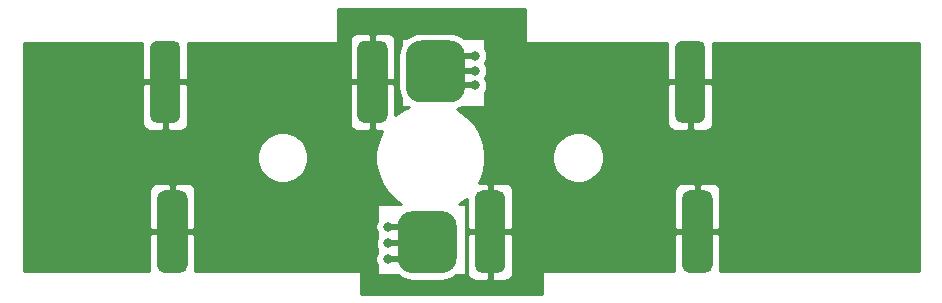
<source format=gtl>
%TF.GenerationSoftware,KiCad,Pcbnew,(5.1.9-0-10_14)*%
%TF.CreationDate,2021-08-19T21:40:44-05:00*%
%TF.ProjectId,OwlSat_Official,4f776c53-6174-45f4-9f66-66696369616c,4*%
%TF.SameCoordinates,Original*%
%TF.FileFunction,Copper,L1,Top*%
%TF.FilePolarity,Positive*%
%FSLAX46Y46*%
G04 Gerber Fmt 4.6, Leading zero omitted, Abs format (unit mm)*
G04 Created by KiCad (PCBNEW (5.1.9-0-10_14)) date 2021-08-19 21:40:44*
%MOMM*%
%LPD*%
G01*
G04 APERTURE LIST*
%TA.AperFunction,ViaPad*%
%ADD10C,0.800000*%
%TD*%
%TA.AperFunction,Conductor*%
%ADD11C,0.500000*%
%TD*%
%TA.AperFunction,Conductor*%
%ADD12C,0.254000*%
%TD*%
%TA.AperFunction,Conductor*%
%ADD13C,0.100000*%
%TD*%
G04 APERTURE END LIST*
%TO.P,U1,4*%
%TO.N,Net-(U1-Pad1)*%
%TA.AperFunction,SMDPad,CuDef*%
G36*
G01*
X127450000Y-85660000D02*
X127450000Y-91360000D01*
G75*
G02*
X126800000Y-92010000I-650000J0D01*
G01*
X125500000Y-92010000D01*
G75*
G02*
X124850000Y-91360000I0J650000D01*
G01*
X124850000Y-85660000D01*
G75*
G02*
X125500000Y-85010000I650000J0D01*
G01*
X126800000Y-85010000D01*
G75*
G02*
X127450000Y-85660000I0J-650000D01*
G01*
G37*
%TD.AperFunction*%
%TO.P,U1,3*%
%TA.AperFunction,SMDPad,CuDef*%
G36*
G01*
X145000000Y-85660000D02*
X145000000Y-91360000D01*
G75*
G02*
X144350000Y-92010000I-650000J0D01*
G01*
X143050000Y-92010000D01*
G75*
G02*
X142400000Y-91360000I0J650000D01*
G01*
X142400000Y-85660000D01*
G75*
G02*
X143050000Y-85010000I650000J0D01*
G01*
X144350000Y-85010000D01*
G75*
G02*
X145000000Y-85660000I0J-650000D01*
G01*
G37*
%TD.AperFunction*%
%TO.P,U1,2*%
%TO.N,Net-(U1-Pad2)*%
%TA.AperFunction,SMDPad,CuDef*%
G36*
G01*
X151530000Y-86255000D02*
X151530000Y-89005000D01*
G75*
G02*
X150280000Y-90255000I-1250000J0D01*
G01*
X147780000Y-90255000D01*
G75*
G02*
X146530000Y-89005000I0J1250000D01*
G01*
X146530000Y-86255000D01*
G75*
G02*
X147780000Y-85005000I1250000J0D01*
G01*
X150280000Y-85005000D01*
G75*
G02*
X151530000Y-86255000I0J-1250000D01*
G01*
G37*
%TD.AperFunction*%
%TO.P,U1,1*%
%TO.N,Net-(U1-Pad1)*%
%TA.AperFunction,SMDPad,CuDef*%
G36*
G01*
X171900000Y-85660000D02*
X171900000Y-91360000D01*
G75*
G02*
X171250000Y-92010000I-650000J0D01*
G01*
X169950000Y-92010000D01*
G75*
G02*
X169300000Y-91360000I0J650000D01*
G01*
X169300000Y-85660000D01*
G75*
G02*
X169950000Y-85010000I650000J0D01*
G01*
X171250000Y-85010000D01*
G75*
G02*
X171900000Y-85660000I0J-650000D01*
G01*
G37*
%TD.AperFunction*%
%TD*%
%TO.P,U2,1*%
%TO.N,Net-(U1-Pad1)*%
%TA.AperFunction,SMDPad,CuDef*%
G36*
G01*
X125460000Y-104050000D02*
X125460000Y-98350000D01*
G75*
G02*
X126110000Y-97700000I650000J0D01*
G01*
X127410000Y-97700000D01*
G75*
G02*
X128060000Y-98350000I0J-650000D01*
G01*
X128060000Y-104050000D01*
G75*
G02*
X127410000Y-104700000I-650000J0D01*
G01*
X126110000Y-104700000D01*
G75*
G02*
X125460000Y-104050000I0J650000D01*
G01*
G37*
%TD.AperFunction*%
%TO.P,U2,2*%
%TO.N,Net-(U1-Pad2)*%
%TA.AperFunction,SMDPad,CuDef*%
G36*
G01*
X145830000Y-103455000D02*
X145830000Y-100705000D01*
G75*
G02*
X147080000Y-99455000I1250000J0D01*
G01*
X149580000Y-99455000D01*
G75*
G02*
X150830000Y-100705000I0J-1250000D01*
G01*
X150830000Y-103455000D01*
G75*
G02*
X149580000Y-104705000I-1250000J0D01*
G01*
X147080000Y-104705000D01*
G75*
G02*
X145830000Y-103455000I0J1250000D01*
G01*
G37*
%TD.AperFunction*%
%TO.P,U2,3*%
%TO.N,Net-(U1-Pad1)*%
%TA.AperFunction,SMDPad,CuDef*%
G36*
G01*
X152360000Y-104050000D02*
X152360000Y-98350000D01*
G75*
G02*
X153010000Y-97700000I650000J0D01*
G01*
X154310000Y-97700000D01*
G75*
G02*
X154960000Y-98350000I0J-650000D01*
G01*
X154960000Y-104050000D01*
G75*
G02*
X154310000Y-104700000I-650000J0D01*
G01*
X153010000Y-104700000D01*
G75*
G02*
X152360000Y-104050000I0J650000D01*
G01*
G37*
%TD.AperFunction*%
%TO.P,U2,4*%
%TA.AperFunction,SMDPad,CuDef*%
G36*
G01*
X169910000Y-104050000D02*
X169910000Y-98350000D01*
G75*
G02*
X170560000Y-97700000I650000J0D01*
G01*
X171860000Y-97700000D01*
G75*
G02*
X172510000Y-98350000I0J-650000D01*
G01*
X172510000Y-104050000D01*
G75*
G02*
X171860000Y-104700000I-650000J0D01*
G01*
X170560000Y-104700000D01*
G75*
G02*
X169910000Y-104050000I0J650000D01*
G01*
G37*
%TD.AperFunction*%
%TD*%
D10*
%TO.N,Net-(U1-Pad1)*%
X184010000Y-92980000D03*
X184020000Y-94230000D03*
%TO.N,Net-(U1-Pad2)*%
X152390000Y-88800000D03*
X152400000Y-87560000D03*
X152400000Y-86290000D03*
X144990000Y-100780000D03*
X145010000Y-102160000D03*
X144980000Y-103510000D03*
%TD*%
D11*
%TO.N,Net-(U1-Pad2)*%
X147030000Y-100780000D02*
X148330000Y-102080000D01*
X144990000Y-100780000D02*
X147030000Y-100780000D01*
X148250000Y-102160000D02*
X148330000Y-102080000D01*
X145010000Y-102160000D02*
X148250000Y-102160000D01*
X146900000Y-103510000D02*
X148330000Y-102080000D01*
X144980000Y-103510000D02*
X146900000Y-103510000D01*
X150370000Y-86290000D02*
X149030000Y-87630000D01*
X152400000Y-86290000D02*
X150370000Y-86290000D01*
X149100000Y-87560000D02*
X149030000Y-87630000D01*
X152400000Y-87560000D02*
X149100000Y-87560000D01*
X150200000Y-88800000D02*
X149030000Y-87630000D01*
X152390000Y-88800000D02*
X150200000Y-88800000D01*
%TD*%
D12*
%TO.N,Net-(U1-Pad1)*%
X189950001Y-104513000D02*
X173147893Y-104513000D01*
X173145000Y-101485750D01*
X172986250Y-101327000D01*
X171337000Y-101327000D01*
X171337000Y-101347000D01*
X171083000Y-101347000D01*
X171083000Y-101327000D01*
X169433750Y-101327000D01*
X169275000Y-101485750D01*
X169272107Y-104513000D01*
X155597893Y-104513000D01*
X155595000Y-101485750D01*
X155436250Y-101327000D01*
X153787000Y-101327000D01*
X153787000Y-101347000D01*
X153533000Y-101347000D01*
X153533000Y-101327000D01*
X151883750Y-101327000D01*
X151725000Y-101485750D01*
X151722107Y-104513000D01*
X151627000Y-104513000D01*
X151627000Y-99000000D01*
X151624560Y-98975224D01*
X151617333Y-98951399D01*
X151605597Y-98929443D01*
X151589803Y-98910197D01*
X151570557Y-98894403D01*
X151548601Y-98882667D01*
X151524776Y-98875440D01*
X151500000Y-98873000D01*
X151062167Y-98873000D01*
X151578961Y-98527689D01*
X151722582Y-98384068D01*
X151725000Y-100914250D01*
X151883750Y-101073000D01*
X153533000Y-101073000D01*
X153533000Y-97223750D01*
X153787000Y-97223750D01*
X153787000Y-101073000D01*
X155436250Y-101073000D01*
X155595000Y-100914250D01*
X155598072Y-97700000D01*
X169271928Y-97700000D01*
X169275000Y-100914250D01*
X169433750Y-101073000D01*
X171083000Y-101073000D01*
X171083000Y-97223750D01*
X171337000Y-97223750D01*
X171337000Y-101073000D01*
X172986250Y-101073000D01*
X173145000Y-100914250D01*
X173148072Y-97700000D01*
X173135812Y-97575518D01*
X173099502Y-97455820D01*
X173040537Y-97345506D01*
X172961185Y-97248815D01*
X172864494Y-97169463D01*
X172754180Y-97110498D01*
X172634482Y-97074188D01*
X172510000Y-97061928D01*
X171495750Y-97065000D01*
X171337000Y-97223750D01*
X171083000Y-97223750D01*
X170924250Y-97065000D01*
X169910000Y-97061928D01*
X169785518Y-97074188D01*
X169665820Y-97110498D01*
X169555506Y-97169463D01*
X169458815Y-97248815D01*
X169379463Y-97345506D01*
X169320498Y-97455820D01*
X169284188Y-97575518D01*
X169271928Y-97700000D01*
X155598072Y-97700000D01*
X155585812Y-97575518D01*
X155549502Y-97455820D01*
X155490537Y-97345506D01*
X155411185Y-97248815D01*
X155314494Y-97169463D01*
X155204180Y-97110498D01*
X155084482Y-97074188D01*
X154960000Y-97061928D01*
X153945750Y-97065000D01*
X153787000Y-97223750D01*
X153533000Y-97223750D01*
X153374250Y-97065000D01*
X152759345Y-97063138D01*
X153088481Y-96268532D01*
X153267465Y-95368720D01*
X153267465Y-94696323D01*
X158940497Y-94696323D01*
X158940497Y-95123677D01*
X159023870Y-95542821D01*
X159187412Y-95937645D01*
X159424837Y-96292977D01*
X159727023Y-96595163D01*
X160082355Y-96832588D01*
X160477179Y-96996130D01*
X160896323Y-97079503D01*
X161323677Y-97079503D01*
X161742821Y-96996130D01*
X162137645Y-96832588D01*
X162492977Y-96595163D01*
X162795163Y-96292977D01*
X163032588Y-95937645D01*
X163196130Y-95542821D01*
X163279503Y-95123677D01*
X163279503Y-94696323D01*
X163196130Y-94277179D01*
X163032588Y-93882355D01*
X162795163Y-93527023D01*
X162492977Y-93224837D01*
X162137645Y-92987412D01*
X161742821Y-92823870D01*
X161323677Y-92740497D01*
X160896323Y-92740497D01*
X160477179Y-92823870D01*
X160082355Y-92987412D01*
X159727023Y-93224837D01*
X159424837Y-93527023D01*
X159187412Y-93882355D01*
X159023870Y-94277179D01*
X158940497Y-94696323D01*
X153267465Y-94696323D01*
X153267465Y-94451280D01*
X153088481Y-93551468D01*
X152737392Y-92703863D01*
X152273768Y-92010000D01*
X168661928Y-92010000D01*
X168674188Y-92134482D01*
X168710498Y-92254180D01*
X168769463Y-92364494D01*
X168848815Y-92461185D01*
X168945506Y-92540537D01*
X169055820Y-92599502D01*
X169175518Y-92635812D01*
X169300000Y-92648072D01*
X170314250Y-92645000D01*
X170473000Y-92486250D01*
X170473000Y-88637000D01*
X170727000Y-88637000D01*
X170727000Y-92486250D01*
X170885750Y-92645000D01*
X171900000Y-92648072D01*
X172024482Y-92635812D01*
X172144180Y-92599502D01*
X172254494Y-92540537D01*
X172351185Y-92461185D01*
X172430537Y-92364494D01*
X172489502Y-92254180D01*
X172525812Y-92134482D01*
X172538072Y-92010000D01*
X172535000Y-88795750D01*
X172376250Y-88637000D01*
X170727000Y-88637000D01*
X170473000Y-88637000D01*
X168823750Y-88637000D01*
X168665000Y-88795750D01*
X168661928Y-92010000D01*
X152273768Y-92010000D01*
X152227689Y-91941039D01*
X151578961Y-91292311D01*
X150840105Y-90798623D01*
X151002534Y-90749351D01*
X151250145Y-90617000D01*
X153140000Y-90617000D01*
X153164776Y-90614560D01*
X153188601Y-90607333D01*
X153210557Y-90595597D01*
X153229803Y-90579803D01*
X153245597Y-90560557D01*
X153257333Y-90538601D01*
X153264560Y-90514776D01*
X153267000Y-90490000D01*
X153267000Y-89350427D01*
X153307205Y-89290256D01*
X153385226Y-89101898D01*
X153425000Y-88901939D01*
X153425000Y-88698061D01*
X153385226Y-88498102D01*
X153307205Y-88309744D01*
X153267000Y-88249573D01*
X153267000Y-88125393D01*
X153317205Y-88050256D01*
X153395226Y-87861898D01*
X153435000Y-87661939D01*
X153435000Y-87458061D01*
X153395226Y-87258102D01*
X153317205Y-87069744D01*
X153267000Y-86994607D01*
X153267000Y-86855393D01*
X153317205Y-86780256D01*
X153395226Y-86591898D01*
X153435000Y-86391939D01*
X153435000Y-86188061D01*
X153395226Y-85988102D01*
X153317205Y-85799744D01*
X153267000Y-85724607D01*
X153267000Y-85191877D01*
X168662100Y-85189865D01*
X168665000Y-88224250D01*
X168823750Y-88383000D01*
X170473000Y-88383000D01*
X170473000Y-88363000D01*
X170727000Y-88363000D01*
X170727000Y-88383000D01*
X172376250Y-88383000D01*
X172535000Y-88224250D01*
X172537901Y-85189358D01*
X189950000Y-85187083D01*
X189950001Y-104513000D01*
%TA.AperFunction,Conductor*%
D13*
G36*
X189950001Y-104513000D02*
G01*
X173147893Y-104513000D01*
X173145000Y-101485750D01*
X172986250Y-101327000D01*
X171337000Y-101327000D01*
X171337000Y-101347000D01*
X171083000Y-101347000D01*
X171083000Y-101327000D01*
X169433750Y-101327000D01*
X169275000Y-101485750D01*
X169272107Y-104513000D01*
X155597893Y-104513000D01*
X155595000Y-101485750D01*
X155436250Y-101327000D01*
X153787000Y-101327000D01*
X153787000Y-101347000D01*
X153533000Y-101347000D01*
X153533000Y-101327000D01*
X151883750Y-101327000D01*
X151725000Y-101485750D01*
X151722107Y-104513000D01*
X151627000Y-104513000D01*
X151627000Y-99000000D01*
X151624560Y-98975224D01*
X151617333Y-98951399D01*
X151605597Y-98929443D01*
X151589803Y-98910197D01*
X151570557Y-98894403D01*
X151548601Y-98882667D01*
X151524776Y-98875440D01*
X151500000Y-98873000D01*
X151062167Y-98873000D01*
X151578961Y-98527689D01*
X151722582Y-98384068D01*
X151725000Y-100914250D01*
X151883750Y-101073000D01*
X153533000Y-101073000D01*
X153533000Y-97223750D01*
X153787000Y-97223750D01*
X153787000Y-101073000D01*
X155436250Y-101073000D01*
X155595000Y-100914250D01*
X155598072Y-97700000D01*
X169271928Y-97700000D01*
X169275000Y-100914250D01*
X169433750Y-101073000D01*
X171083000Y-101073000D01*
X171083000Y-97223750D01*
X171337000Y-97223750D01*
X171337000Y-101073000D01*
X172986250Y-101073000D01*
X173145000Y-100914250D01*
X173148072Y-97700000D01*
X173135812Y-97575518D01*
X173099502Y-97455820D01*
X173040537Y-97345506D01*
X172961185Y-97248815D01*
X172864494Y-97169463D01*
X172754180Y-97110498D01*
X172634482Y-97074188D01*
X172510000Y-97061928D01*
X171495750Y-97065000D01*
X171337000Y-97223750D01*
X171083000Y-97223750D01*
X170924250Y-97065000D01*
X169910000Y-97061928D01*
X169785518Y-97074188D01*
X169665820Y-97110498D01*
X169555506Y-97169463D01*
X169458815Y-97248815D01*
X169379463Y-97345506D01*
X169320498Y-97455820D01*
X169284188Y-97575518D01*
X169271928Y-97700000D01*
X155598072Y-97700000D01*
X155585812Y-97575518D01*
X155549502Y-97455820D01*
X155490537Y-97345506D01*
X155411185Y-97248815D01*
X155314494Y-97169463D01*
X155204180Y-97110498D01*
X155084482Y-97074188D01*
X154960000Y-97061928D01*
X153945750Y-97065000D01*
X153787000Y-97223750D01*
X153533000Y-97223750D01*
X153374250Y-97065000D01*
X152759345Y-97063138D01*
X153088481Y-96268532D01*
X153267465Y-95368720D01*
X153267465Y-94696323D01*
X158940497Y-94696323D01*
X158940497Y-95123677D01*
X159023870Y-95542821D01*
X159187412Y-95937645D01*
X159424837Y-96292977D01*
X159727023Y-96595163D01*
X160082355Y-96832588D01*
X160477179Y-96996130D01*
X160896323Y-97079503D01*
X161323677Y-97079503D01*
X161742821Y-96996130D01*
X162137645Y-96832588D01*
X162492977Y-96595163D01*
X162795163Y-96292977D01*
X163032588Y-95937645D01*
X163196130Y-95542821D01*
X163279503Y-95123677D01*
X163279503Y-94696323D01*
X163196130Y-94277179D01*
X163032588Y-93882355D01*
X162795163Y-93527023D01*
X162492977Y-93224837D01*
X162137645Y-92987412D01*
X161742821Y-92823870D01*
X161323677Y-92740497D01*
X160896323Y-92740497D01*
X160477179Y-92823870D01*
X160082355Y-92987412D01*
X159727023Y-93224837D01*
X159424837Y-93527023D01*
X159187412Y-93882355D01*
X159023870Y-94277179D01*
X158940497Y-94696323D01*
X153267465Y-94696323D01*
X153267465Y-94451280D01*
X153088481Y-93551468D01*
X152737392Y-92703863D01*
X152273768Y-92010000D01*
X168661928Y-92010000D01*
X168674188Y-92134482D01*
X168710498Y-92254180D01*
X168769463Y-92364494D01*
X168848815Y-92461185D01*
X168945506Y-92540537D01*
X169055820Y-92599502D01*
X169175518Y-92635812D01*
X169300000Y-92648072D01*
X170314250Y-92645000D01*
X170473000Y-92486250D01*
X170473000Y-88637000D01*
X170727000Y-88637000D01*
X170727000Y-92486250D01*
X170885750Y-92645000D01*
X171900000Y-92648072D01*
X172024482Y-92635812D01*
X172144180Y-92599502D01*
X172254494Y-92540537D01*
X172351185Y-92461185D01*
X172430537Y-92364494D01*
X172489502Y-92254180D01*
X172525812Y-92134482D01*
X172538072Y-92010000D01*
X172535000Y-88795750D01*
X172376250Y-88637000D01*
X170727000Y-88637000D01*
X170473000Y-88637000D01*
X168823750Y-88637000D01*
X168665000Y-88795750D01*
X168661928Y-92010000D01*
X152273768Y-92010000D01*
X152227689Y-91941039D01*
X151578961Y-91292311D01*
X150840105Y-90798623D01*
X151002534Y-90749351D01*
X151250145Y-90617000D01*
X153140000Y-90617000D01*
X153164776Y-90614560D01*
X153188601Y-90607333D01*
X153210557Y-90595597D01*
X153229803Y-90579803D01*
X153245597Y-90560557D01*
X153257333Y-90538601D01*
X153264560Y-90514776D01*
X153267000Y-90490000D01*
X153267000Y-89350427D01*
X153307205Y-89290256D01*
X153385226Y-89101898D01*
X153425000Y-88901939D01*
X153425000Y-88698061D01*
X153385226Y-88498102D01*
X153307205Y-88309744D01*
X153267000Y-88249573D01*
X153267000Y-88125393D01*
X153317205Y-88050256D01*
X153395226Y-87861898D01*
X153435000Y-87661939D01*
X153435000Y-87458061D01*
X153395226Y-87258102D01*
X153317205Y-87069744D01*
X153267000Y-86994607D01*
X153267000Y-86855393D01*
X153317205Y-86780256D01*
X153395226Y-86591898D01*
X153435000Y-86391939D01*
X153435000Y-86188061D01*
X153395226Y-85988102D01*
X153317205Y-85799744D01*
X153267000Y-85724607D01*
X153267000Y-85191877D01*
X168662100Y-85189865D01*
X168665000Y-88224250D01*
X168823750Y-88383000D01*
X170473000Y-88383000D01*
X170473000Y-88363000D01*
X170727000Y-88363000D01*
X170727000Y-88383000D01*
X172376250Y-88383000D01*
X172535000Y-88224250D01*
X172537901Y-85189358D01*
X189950000Y-85187083D01*
X189950001Y-104513000D01*
G37*
%TD.AperFunction*%
D12*
X146083000Y-85443879D02*
X146035649Y-85532466D01*
X145928207Y-85886655D01*
X145891928Y-86255000D01*
X145891928Y-89005000D01*
X145928207Y-89373345D01*
X146035649Y-89727534D01*
X146083000Y-89816121D01*
X146083000Y-90490000D01*
X146085440Y-90514776D01*
X146092667Y-90538601D01*
X146104403Y-90560557D01*
X146120197Y-90579803D01*
X146139443Y-90595597D01*
X146161399Y-90607333D01*
X146185224Y-90614560D01*
X146210000Y-90617000D01*
X146803677Y-90617000D01*
X146403863Y-90782608D01*
X145641039Y-91292311D01*
X145637390Y-91295960D01*
X145635000Y-88795750D01*
X145476250Y-88637000D01*
X143827000Y-88637000D01*
X143827000Y-92486250D01*
X143985750Y-92645000D01*
X144520856Y-92646621D01*
X144482608Y-92703863D01*
X144131519Y-93551468D01*
X143952535Y-94451280D01*
X143952535Y-95368720D01*
X144131519Y-96268532D01*
X144482608Y-97116137D01*
X144992311Y-97878961D01*
X145641039Y-98527689D01*
X146157833Y-98873000D01*
X144190000Y-98873000D01*
X144165224Y-98875440D01*
X144141399Y-98882667D01*
X144119443Y-98894403D01*
X144100197Y-98910197D01*
X144084403Y-98929443D01*
X144072667Y-98951399D01*
X144065440Y-98975224D01*
X144063000Y-99000000D01*
X144063000Y-100313391D01*
X143994774Y-100478102D01*
X143955000Y-100678061D01*
X143955000Y-100881939D01*
X143994774Y-101081898D01*
X144063000Y-101246609D01*
X144063000Y-101741675D01*
X144014774Y-101858102D01*
X143975000Y-102058061D01*
X143975000Y-102261939D01*
X144014774Y-102461898D01*
X144063000Y-102578325D01*
X144063000Y-103019437D01*
X144062795Y-103019744D01*
X143984774Y-103208102D01*
X143945000Y-103408061D01*
X143945000Y-103611939D01*
X143984774Y-103811898D01*
X144062795Y-104000256D01*
X144063000Y-104000563D01*
X144063000Y-104513000D01*
X128697893Y-104513000D01*
X128695000Y-101485750D01*
X128536250Y-101327000D01*
X126887000Y-101327000D01*
X126887000Y-101347000D01*
X126633000Y-101347000D01*
X126633000Y-101327000D01*
X124983750Y-101327000D01*
X124825000Y-101485750D01*
X124822107Y-104513000D01*
X114197000Y-104513000D01*
X114197000Y-97700000D01*
X124821928Y-97700000D01*
X124825000Y-100914250D01*
X124983750Y-101073000D01*
X126633000Y-101073000D01*
X126633000Y-97223750D01*
X126887000Y-97223750D01*
X126887000Y-101073000D01*
X128536250Y-101073000D01*
X128695000Y-100914250D01*
X128698072Y-97700000D01*
X128685812Y-97575518D01*
X128649502Y-97455820D01*
X128590537Y-97345506D01*
X128511185Y-97248815D01*
X128414494Y-97169463D01*
X128304180Y-97110498D01*
X128184482Y-97074188D01*
X128060000Y-97061928D01*
X127045750Y-97065000D01*
X126887000Y-97223750D01*
X126633000Y-97223750D01*
X126474250Y-97065000D01*
X125460000Y-97061928D01*
X125335518Y-97074188D01*
X125215820Y-97110498D01*
X125105506Y-97169463D01*
X125008815Y-97248815D01*
X124929463Y-97345506D01*
X124870498Y-97455820D01*
X124834188Y-97575518D01*
X124821928Y-97700000D01*
X114197000Y-97700000D01*
X114197000Y-94696323D01*
X133940497Y-94696323D01*
X133940497Y-95123677D01*
X134023870Y-95542821D01*
X134187412Y-95937645D01*
X134424837Y-96292977D01*
X134727023Y-96595163D01*
X135082355Y-96832588D01*
X135477179Y-96996130D01*
X135896323Y-97079503D01*
X136323677Y-97079503D01*
X136742821Y-96996130D01*
X137137645Y-96832588D01*
X137492977Y-96595163D01*
X137795163Y-96292977D01*
X138032588Y-95937645D01*
X138196130Y-95542821D01*
X138279503Y-95123677D01*
X138279503Y-94696323D01*
X138196130Y-94277179D01*
X138032588Y-93882355D01*
X137795163Y-93527023D01*
X137492977Y-93224837D01*
X137137645Y-92987412D01*
X136742821Y-92823870D01*
X136323677Y-92740497D01*
X135896323Y-92740497D01*
X135477179Y-92823870D01*
X135082355Y-92987412D01*
X134727023Y-93224837D01*
X134424837Y-93527023D01*
X134187412Y-93882355D01*
X134023870Y-94277179D01*
X133940497Y-94696323D01*
X114197000Y-94696323D01*
X114197000Y-92010000D01*
X124211928Y-92010000D01*
X124224188Y-92134482D01*
X124260498Y-92254180D01*
X124319463Y-92364494D01*
X124398815Y-92461185D01*
X124495506Y-92540537D01*
X124605820Y-92599502D01*
X124725518Y-92635812D01*
X124850000Y-92648072D01*
X125864250Y-92645000D01*
X126023000Y-92486250D01*
X126023000Y-88637000D01*
X126277000Y-88637000D01*
X126277000Y-92486250D01*
X126435750Y-92645000D01*
X127450000Y-92648072D01*
X127574482Y-92635812D01*
X127694180Y-92599502D01*
X127804494Y-92540537D01*
X127901185Y-92461185D01*
X127980537Y-92364494D01*
X128039502Y-92254180D01*
X128075812Y-92134482D01*
X128088072Y-92010000D01*
X141761928Y-92010000D01*
X141774188Y-92134482D01*
X141810498Y-92254180D01*
X141869463Y-92364494D01*
X141948815Y-92461185D01*
X142045506Y-92540537D01*
X142155820Y-92599502D01*
X142275518Y-92635812D01*
X142400000Y-92648072D01*
X143414250Y-92645000D01*
X143573000Y-92486250D01*
X143573000Y-88637000D01*
X141923750Y-88637000D01*
X141765000Y-88795750D01*
X141761928Y-92010000D01*
X128088072Y-92010000D01*
X128085000Y-88795750D01*
X127926250Y-88637000D01*
X126277000Y-88637000D01*
X126023000Y-88637000D01*
X124373750Y-88637000D01*
X124215000Y-88795750D01*
X124211928Y-92010000D01*
X114197000Y-92010000D01*
X114197000Y-85196983D01*
X124212105Y-85195674D01*
X124215000Y-88224250D01*
X124373750Y-88383000D01*
X126023000Y-88383000D01*
X126023000Y-88363000D01*
X126277000Y-88363000D01*
X126277000Y-88383000D01*
X127926250Y-88383000D01*
X128085000Y-88224250D01*
X128087895Y-85195168D01*
X141762103Y-85193380D01*
X141765000Y-88224250D01*
X141923750Y-88383000D01*
X143573000Y-88383000D01*
X143573000Y-88363000D01*
X143827000Y-88363000D01*
X143827000Y-88383000D01*
X145476250Y-88383000D01*
X145635000Y-88224250D01*
X145637897Y-85192874D01*
X146083000Y-85192816D01*
X146083000Y-85443879D01*
%TA.AperFunction,Conductor*%
D13*
G36*
X146083000Y-85443879D02*
G01*
X146035649Y-85532466D01*
X145928207Y-85886655D01*
X145891928Y-86255000D01*
X145891928Y-89005000D01*
X145928207Y-89373345D01*
X146035649Y-89727534D01*
X146083000Y-89816121D01*
X146083000Y-90490000D01*
X146085440Y-90514776D01*
X146092667Y-90538601D01*
X146104403Y-90560557D01*
X146120197Y-90579803D01*
X146139443Y-90595597D01*
X146161399Y-90607333D01*
X146185224Y-90614560D01*
X146210000Y-90617000D01*
X146803677Y-90617000D01*
X146403863Y-90782608D01*
X145641039Y-91292311D01*
X145637390Y-91295960D01*
X145635000Y-88795750D01*
X145476250Y-88637000D01*
X143827000Y-88637000D01*
X143827000Y-92486250D01*
X143985750Y-92645000D01*
X144520856Y-92646621D01*
X144482608Y-92703863D01*
X144131519Y-93551468D01*
X143952535Y-94451280D01*
X143952535Y-95368720D01*
X144131519Y-96268532D01*
X144482608Y-97116137D01*
X144992311Y-97878961D01*
X145641039Y-98527689D01*
X146157833Y-98873000D01*
X144190000Y-98873000D01*
X144165224Y-98875440D01*
X144141399Y-98882667D01*
X144119443Y-98894403D01*
X144100197Y-98910197D01*
X144084403Y-98929443D01*
X144072667Y-98951399D01*
X144065440Y-98975224D01*
X144063000Y-99000000D01*
X144063000Y-100313391D01*
X143994774Y-100478102D01*
X143955000Y-100678061D01*
X143955000Y-100881939D01*
X143994774Y-101081898D01*
X144063000Y-101246609D01*
X144063000Y-101741675D01*
X144014774Y-101858102D01*
X143975000Y-102058061D01*
X143975000Y-102261939D01*
X144014774Y-102461898D01*
X144063000Y-102578325D01*
X144063000Y-103019437D01*
X144062795Y-103019744D01*
X143984774Y-103208102D01*
X143945000Y-103408061D01*
X143945000Y-103611939D01*
X143984774Y-103811898D01*
X144062795Y-104000256D01*
X144063000Y-104000563D01*
X144063000Y-104513000D01*
X128697893Y-104513000D01*
X128695000Y-101485750D01*
X128536250Y-101327000D01*
X126887000Y-101327000D01*
X126887000Y-101347000D01*
X126633000Y-101347000D01*
X126633000Y-101327000D01*
X124983750Y-101327000D01*
X124825000Y-101485750D01*
X124822107Y-104513000D01*
X114197000Y-104513000D01*
X114197000Y-97700000D01*
X124821928Y-97700000D01*
X124825000Y-100914250D01*
X124983750Y-101073000D01*
X126633000Y-101073000D01*
X126633000Y-97223750D01*
X126887000Y-97223750D01*
X126887000Y-101073000D01*
X128536250Y-101073000D01*
X128695000Y-100914250D01*
X128698072Y-97700000D01*
X128685812Y-97575518D01*
X128649502Y-97455820D01*
X128590537Y-97345506D01*
X128511185Y-97248815D01*
X128414494Y-97169463D01*
X128304180Y-97110498D01*
X128184482Y-97074188D01*
X128060000Y-97061928D01*
X127045750Y-97065000D01*
X126887000Y-97223750D01*
X126633000Y-97223750D01*
X126474250Y-97065000D01*
X125460000Y-97061928D01*
X125335518Y-97074188D01*
X125215820Y-97110498D01*
X125105506Y-97169463D01*
X125008815Y-97248815D01*
X124929463Y-97345506D01*
X124870498Y-97455820D01*
X124834188Y-97575518D01*
X124821928Y-97700000D01*
X114197000Y-97700000D01*
X114197000Y-94696323D01*
X133940497Y-94696323D01*
X133940497Y-95123677D01*
X134023870Y-95542821D01*
X134187412Y-95937645D01*
X134424837Y-96292977D01*
X134727023Y-96595163D01*
X135082355Y-96832588D01*
X135477179Y-96996130D01*
X135896323Y-97079503D01*
X136323677Y-97079503D01*
X136742821Y-96996130D01*
X137137645Y-96832588D01*
X137492977Y-96595163D01*
X137795163Y-96292977D01*
X138032588Y-95937645D01*
X138196130Y-95542821D01*
X138279503Y-95123677D01*
X138279503Y-94696323D01*
X138196130Y-94277179D01*
X138032588Y-93882355D01*
X137795163Y-93527023D01*
X137492977Y-93224837D01*
X137137645Y-92987412D01*
X136742821Y-92823870D01*
X136323677Y-92740497D01*
X135896323Y-92740497D01*
X135477179Y-92823870D01*
X135082355Y-92987412D01*
X134727023Y-93224837D01*
X134424837Y-93527023D01*
X134187412Y-93882355D01*
X134023870Y-94277179D01*
X133940497Y-94696323D01*
X114197000Y-94696323D01*
X114197000Y-92010000D01*
X124211928Y-92010000D01*
X124224188Y-92134482D01*
X124260498Y-92254180D01*
X124319463Y-92364494D01*
X124398815Y-92461185D01*
X124495506Y-92540537D01*
X124605820Y-92599502D01*
X124725518Y-92635812D01*
X124850000Y-92648072D01*
X125864250Y-92645000D01*
X126023000Y-92486250D01*
X126023000Y-88637000D01*
X126277000Y-88637000D01*
X126277000Y-92486250D01*
X126435750Y-92645000D01*
X127450000Y-92648072D01*
X127574482Y-92635812D01*
X127694180Y-92599502D01*
X127804494Y-92540537D01*
X127901185Y-92461185D01*
X127980537Y-92364494D01*
X128039502Y-92254180D01*
X128075812Y-92134482D01*
X128088072Y-92010000D01*
X141761928Y-92010000D01*
X141774188Y-92134482D01*
X141810498Y-92254180D01*
X141869463Y-92364494D01*
X141948815Y-92461185D01*
X142045506Y-92540537D01*
X142155820Y-92599502D01*
X142275518Y-92635812D01*
X142400000Y-92648072D01*
X143414250Y-92645000D01*
X143573000Y-92486250D01*
X143573000Y-88637000D01*
X141923750Y-88637000D01*
X141765000Y-88795750D01*
X141761928Y-92010000D01*
X128088072Y-92010000D01*
X128085000Y-88795750D01*
X127926250Y-88637000D01*
X126277000Y-88637000D01*
X126023000Y-88637000D01*
X124373750Y-88637000D01*
X124215000Y-88795750D01*
X124211928Y-92010000D01*
X114197000Y-92010000D01*
X114197000Y-85196983D01*
X124212105Y-85195674D01*
X124215000Y-88224250D01*
X124373750Y-88383000D01*
X126023000Y-88383000D01*
X126023000Y-88363000D01*
X126277000Y-88363000D01*
X126277000Y-88383000D01*
X127926250Y-88383000D01*
X128085000Y-88224250D01*
X128087895Y-85195168D01*
X141762103Y-85193380D01*
X141765000Y-88224250D01*
X141923750Y-88383000D01*
X143573000Y-88383000D01*
X143573000Y-88363000D01*
X143827000Y-88363000D01*
X143827000Y-88383000D01*
X145476250Y-88383000D01*
X145635000Y-88224250D01*
X145637897Y-85192874D01*
X146083000Y-85192816D01*
X146083000Y-85443879D01*
G37*
%TD.AperFunction*%
%TD*%
D12*
%TO.N,Net-(U1-Pad1)*%
X156603000Y-85173079D02*
X153267000Y-85175150D01*
X153267000Y-84940000D01*
X153264560Y-84915224D01*
X153257333Y-84891399D01*
X153245597Y-84869443D01*
X153229803Y-84850197D01*
X153210557Y-84834403D01*
X153188601Y-84822667D01*
X153164776Y-84815440D01*
X153140000Y-84813000D01*
X151484773Y-84813000D01*
X151328957Y-84685126D01*
X151002534Y-84510649D01*
X150648345Y-84403207D01*
X150280000Y-84366928D01*
X147780000Y-84366928D01*
X147411655Y-84403207D01*
X147057466Y-84510649D01*
X146731043Y-84685126D01*
X146575227Y-84813000D01*
X146210000Y-84813000D01*
X146185224Y-84815440D01*
X146161399Y-84822667D01*
X146139443Y-84834403D01*
X146120197Y-84850197D01*
X146104403Y-84869443D01*
X146092667Y-84891399D01*
X146085440Y-84915224D01*
X146083000Y-84940000D01*
X146083000Y-85179609D01*
X145637910Y-85179885D01*
X145638072Y-85010000D01*
X145625812Y-84885518D01*
X145589502Y-84765820D01*
X145530537Y-84655506D01*
X145451185Y-84558815D01*
X145354494Y-84479463D01*
X145244180Y-84420498D01*
X145124482Y-84384188D01*
X145000000Y-84371928D01*
X143985750Y-84375000D01*
X143827000Y-84533750D01*
X143827000Y-85181009D01*
X143573000Y-85181167D01*
X143573000Y-84533750D01*
X143414250Y-84375000D01*
X142400000Y-84371928D01*
X142275518Y-84384188D01*
X142155820Y-84420498D01*
X142045506Y-84479463D01*
X141948815Y-84558815D01*
X141869463Y-84655506D01*
X141810498Y-84765820D01*
X141774188Y-84885518D01*
X141761928Y-85010000D01*
X141762093Y-85182291D01*
X140747409Y-85182921D01*
X140756592Y-82327000D01*
X156603000Y-82327000D01*
X156603000Y-85173079D01*
%TA.AperFunction,Conductor*%
D13*
G36*
X156603000Y-85173079D02*
G01*
X153267000Y-85175150D01*
X153267000Y-84940000D01*
X153264560Y-84915224D01*
X153257333Y-84891399D01*
X153245597Y-84869443D01*
X153229803Y-84850197D01*
X153210557Y-84834403D01*
X153188601Y-84822667D01*
X153164776Y-84815440D01*
X153140000Y-84813000D01*
X151484773Y-84813000D01*
X151328957Y-84685126D01*
X151002534Y-84510649D01*
X150648345Y-84403207D01*
X150280000Y-84366928D01*
X147780000Y-84366928D01*
X147411655Y-84403207D01*
X147057466Y-84510649D01*
X146731043Y-84685126D01*
X146575227Y-84813000D01*
X146210000Y-84813000D01*
X146185224Y-84815440D01*
X146161399Y-84822667D01*
X146139443Y-84834403D01*
X146120197Y-84850197D01*
X146104403Y-84869443D01*
X146092667Y-84891399D01*
X146085440Y-84915224D01*
X146083000Y-84940000D01*
X146083000Y-85179609D01*
X145637910Y-85179885D01*
X145638072Y-85010000D01*
X145625812Y-84885518D01*
X145589502Y-84765820D01*
X145530537Y-84655506D01*
X145451185Y-84558815D01*
X145354494Y-84479463D01*
X145244180Y-84420498D01*
X145124482Y-84384188D01*
X145000000Y-84371928D01*
X143985750Y-84375000D01*
X143827000Y-84533750D01*
X143827000Y-85181009D01*
X143573000Y-85181167D01*
X143573000Y-84533750D01*
X143414250Y-84375000D01*
X142400000Y-84371928D01*
X142275518Y-84384188D01*
X142155820Y-84420498D01*
X142045506Y-84479463D01*
X141948815Y-84558815D01*
X141869463Y-84655506D01*
X141810498Y-84765820D01*
X141774188Y-84885518D01*
X141761928Y-85010000D01*
X141762093Y-85182291D01*
X140747409Y-85182921D01*
X140756592Y-82327000D01*
X156603000Y-82327000D01*
X156603000Y-85173079D01*
G37*
%TD.AperFunction*%
%TD*%
D12*
%TO.N,Net-(U1-Pad1)*%
X144063000Y-104770000D02*
X144065440Y-104794776D01*
X144072667Y-104818601D01*
X144084403Y-104840557D01*
X144100197Y-104859803D01*
X144119443Y-104875597D01*
X144141399Y-104887333D01*
X144165224Y-104894560D01*
X144190000Y-104897000D01*
X145875227Y-104897000D01*
X146031043Y-105024874D01*
X146357466Y-105199351D01*
X146711655Y-105306793D01*
X147080000Y-105343072D01*
X149580000Y-105343072D01*
X149948345Y-105306793D01*
X150302534Y-105199351D01*
X150628957Y-105024874D01*
X150784773Y-104897000D01*
X151500000Y-104897000D01*
X151524776Y-104894560D01*
X151548601Y-104887333D01*
X151570557Y-104875597D01*
X151589803Y-104859803D01*
X151605597Y-104840557D01*
X151617333Y-104818601D01*
X151624560Y-104794776D01*
X151627000Y-104770000D01*
X151627000Y-104547000D01*
X151722074Y-104547000D01*
X151721928Y-104700000D01*
X151734188Y-104824482D01*
X151770498Y-104944180D01*
X151829463Y-105054494D01*
X151908815Y-105151185D01*
X152005506Y-105230537D01*
X152115820Y-105289502D01*
X152235518Y-105325812D01*
X152360000Y-105338072D01*
X153374250Y-105335000D01*
X153533000Y-105176250D01*
X153533000Y-104547000D01*
X153787000Y-104547000D01*
X153787000Y-105176250D01*
X153945750Y-105335000D01*
X154960000Y-105338072D01*
X155084482Y-105325812D01*
X155204180Y-105289502D01*
X155314494Y-105230537D01*
X155411185Y-105151185D01*
X155490537Y-105054494D01*
X155549502Y-104944180D01*
X155585812Y-104824482D01*
X155598072Y-104700000D01*
X155597926Y-104547000D01*
X158033000Y-104547000D01*
X158033000Y-106492755D01*
X142737000Y-106463245D01*
X142737000Y-104547000D01*
X144063000Y-104547000D01*
X144063000Y-104770000D01*
%TA.AperFunction,Conductor*%
D13*
G36*
X144063000Y-104770000D02*
G01*
X144065440Y-104794776D01*
X144072667Y-104818601D01*
X144084403Y-104840557D01*
X144100197Y-104859803D01*
X144119443Y-104875597D01*
X144141399Y-104887333D01*
X144165224Y-104894560D01*
X144190000Y-104897000D01*
X145875227Y-104897000D01*
X146031043Y-105024874D01*
X146357466Y-105199351D01*
X146711655Y-105306793D01*
X147080000Y-105343072D01*
X149580000Y-105343072D01*
X149948345Y-105306793D01*
X150302534Y-105199351D01*
X150628957Y-105024874D01*
X150784773Y-104897000D01*
X151500000Y-104897000D01*
X151524776Y-104894560D01*
X151548601Y-104887333D01*
X151570557Y-104875597D01*
X151589803Y-104859803D01*
X151605597Y-104840557D01*
X151617333Y-104818601D01*
X151624560Y-104794776D01*
X151627000Y-104770000D01*
X151627000Y-104547000D01*
X151722074Y-104547000D01*
X151721928Y-104700000D01*
X151734188Y-104824482D01*
X151770498Y-104944180D01*
X151829463Y-105054494D01*
X151908815Y-105151185D01*
X152005506Y-105230537D01*
X152115820Y-105289502D01*
X152235518Y-105325812D01*
X152360000Y-105338072D01*
X153374250Y-105335000D01*
X153533000Y-105176250D01*
X153533000Y-104547000D01*
X153787000Y-104547000D01*
X153787000Y-105176250D01*
X153945750Y-105335000D01*
X154960000Y-105338072D01*
X155084482Y-105325812D01*
X155204180Y-105289502D01*
X155314494Y-105230537D01*
X155411185Y-105151185D01*
X155490537Y-105054494D01*
X155549502Y-104944180D01*
X155585812Y-104824482D01*
X155598072Y-104700000D01*
X155597926Y-104547000D01*
X158033000Y-104547000D01*
X158033000Y-106492755D01*
X142737000Y-106463245D01*
X142737000Y-104547000D01*
X144063000Y-104547000D01*
X144063000Y-104770000D01*
G37*
%TD.AperFunction*%
%TD*%
M02*

</source>
